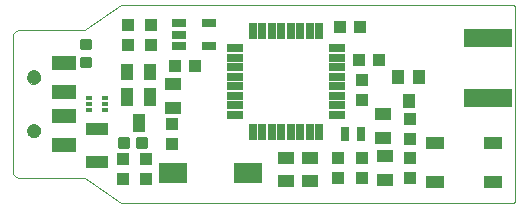
<source format=gts>
G75*
%MOIN*%
%OFA0B0*%
%FSLAX24Y24*%
%IPPOS*%
%LPD*%
%AMOC8*
5,1,8,0,0,1.08239X$1,22.5*
%
%ADD10C,0.0000*%
%ADD11R,0.0552X0.0395*%
%ADD12R,0.0440X0.0490*%
%ADD13R,0.0440X0.0420*%
%ADD14R,0.0420X0.0440*%
%ADD15C,0.0098*%
%ADD16R,0.0276X0.0473*%
%ADD17R,0.1640X0.0640*%
%ADD18R,0.0395X0.0552*%
%ADD19R,0.0749X0.0434*%
%ADD20R,0.0631X0.0394*%
%ADD21R,0.0434X0.0591*%
%ADD22R,0.0946X0.0670*%
%ADD23R,0.0540X0.0260*%
%ADD24R,0.0260X0.0540*%
%ADD25R,0.0827X0.0512*%
%ADD26C,0.0473*%
%ADD27R,0.0512X0.0312*%
%ADD28R,0.0217X0.0157*%
D10*
X006315Y002474D02*
X006315Y006900D01*
X006317Y006930D01*
X006322Y006960D01*
X006331Y006989D01*
X006344Y007016D01*
X006359Y007042D01*
X006378Y007066D01*
X006399Y007087D01*
X006423Y007106D01*
X006449Y007121D01*
X006476Y007134D01*
X006505Y007143D01*
X006535Y007148D01*
X006565Y007150D01*
X008636Y007150D01*
X008779Y007195D02*
X009915Y007988D01*
X022963Y007988D01*
X022980Y007986D01*
X022997Y007982D01*
X023013Y007975D01*
X023027Y007965D01*
X023040Y007952D01*
X023050Y007938D01*
X023057Y007922D01*
X023061Y007905D01*
X023063Y007888D01*
X023063Y001486D01*
X023061Y001469D01*
X023057Y001452D01*
X023050Y001436D01*
X023040Y001422D01*
X023027Y001409D01*
X023013Y001399D01*
X022997Y001392D01*
X022980Y001388D01*
X022963Y001386D01*
X009915Y001386D01*
X008740Y002224D01*
X006565Y002224D01*
X006535Y002226D01*
X006505Y002231D01*
X006476Y002240D01*
X006449Y002253D01*
X006423Y002268D01*
X006399Y002287D01*
X006378Y002308D01*
X006359Y002332D01*
X006344Y002358D01*
X006331Y002385D01*
X006322Y002414D01*
X006317Y002444D01*
X006315Y002474D01*
X006798Y003801D02*
X006800Y003830D01*
X006806Y003858D01*
X006815Y003886D01*
X006828Y003912D01*
X006845Y003935D01*
X006864Y003957D01*
X006886Y003976D01*
X006911Y003991D01*
X006937Y004004D01*
X006965Y004012D01*
X006993Y004017D01*
X007022Y004018D01*
X007051Y004015D01*
X007079Y004008D01*
X007106Y003998D01*
X007132Y003984D01*
X007155Y003967D01*
X007176Y003947D01*
X007194Y003924D01*
X007209Y003899D01*
X007220Y003872D01*
X007228Y003844D01*
X007232Y003815D01*
X007232Y003787D01*
X007228Y003758D01*
X007220Y003730D01*
X007209Y003703D01*
X007194Y003678D01*
X007176Y003655D01*
X007155Y003635D01*
X007132Y003618D01*
X007106Y003604D01*
X007079Y003594D01*
X007051Y003587D01*
X007022Y003584D01*
X006993Y003585D01*
X006965Y003590D01*
X006937Y003598D01*
X006911Y003611D01*
X006886Y003626D01*
X006864Y003645D01*
X006845Y003667D01*
X006828Y003690D01*
X006815Y003716D01*
X006806Y003744D01*
X006800Y003772D01*
X006798Y003801D01*
X006798Y005573D02*
X006800Y005602D01*
X006806Y005630D01*
X006815Y005658D01*
X006828Y005684D01*
X006845Y005707D01*
X006864Y005729D01*
X006886Y005748D01*
X006911Y005763D01*
X006937Y005776D01*
X006965Y005784D01*
X006993Y005789D01*
X007022Y005790D01*
X007051Y005787D01*
X007079Y005780D01*
X007106Y005770D01*
X007132Y005756D01*
X007155Y005739D01*
X007176Y005719D01*
X007194Y005696D01*
X007209Y005671D01*
X007220Y005644D01*
X007228Y005616D01*
X007232Y005587D01*
X007232Y005559D01*
X007228Y005530D01*
X007220Y005502D01*
X007209Y005475D01*
X007194Y005450D01*
X007176Y005427D01*
X007155Y005407D01*
X007132Y005390D01*
X007106Y005376D01*
X007079Y005366D01*
X007051Y005359D01*
X007022Y005356D01*
X006993Y005357D01*
X006965Y005362D01*
X006937Y005370D01*
X006911Y005383D01*
X006886Y005398D01*
X006864Y005417D01*
X006845Y005439D01*
X006828Y005462D01*
X006815Y005488D01*
X006806Y005516D01*
X006800Y005544D01*
X006798Y005573D01*
X008636Y007150D02*
X008666Y007152D01*
X008696Y007157D01*
X008725Y007167D01*
X008753Y007179D01*
X008779Y007195D01*
D11*
X011671Y005347D03*
X011671Y004560D03*
X015415Y002904D03*
X016235Y002904D03*
X016235Y002116D03*
X015415Y002116D03*
X018665Y003556D03*
X018745Y002944D03*
X018745Y002156D03*
X018665Y004344D03*
D12*
X019515Y004780D03*
X019865Y005580D03*
X019165Y005580D03*
D13*
X018519Y006140D03*
X017850Y006140D03*
X017909Y007250D03*
X017240Y007250D03*
X012399Y005950D03*
X011730Y005950D03*
D14*
X010935Y006665D03*
X010175Y006665D03*
X010175Y007335D03*
X010935Y007335D03*
X017965Y005485D03*
X017965Y004815D03*
X019565Y004185D03*
X019565Y003515D03*
X019565Y002885D03*
X019565Y002215D03*
X017955Y002215D03*
X017175Y002215D03*
X017175Y002885D03*
X017955Y002885D03*
X011625Y003365D03*
X011625Y004035D03*
X010777Y002844D03*
X009992Y002841D03*
X009992Y002171D03*
X010777Y002174D03*
D15*
X010761Y003254D02*
X010469Y003254D01*
X010469Y003546D01*
X010761Y003546D01*
X010761Y003254D01*
X010761Y003351D02*
X010469Y003351D01*
X010469Y003448D02*
X010761Y003448D01*
X010761Y003545D02*
X010469Y003545D01*
X010161Y003254D02*
X009869Y003254D01*
X009869Y003546D01*
X010161Y003546D01*
X010161Y003254D01*
X010161Y003351D02*
X009869Y003351D01*
X009869Y003448D02*
X010161Y003448D01*
X010161Y003545D02*
X009869Y003545D01*
X008890Y005942D02*
X008890Y006234D01*
X008890Y005942D02*
X008598Y005942D01*
X008598Y006234D01*
X008890Y006234D01*
X008890Y006039D02*
X008598Y006039D01*
X008598Y006136D02*
X008890Y006136D01*
X008890Y006233D02*
X008598Y006233D01*
X008890Y006542D02*
X008890Y006834D01*
X008890Y006542D02*
X008598Y006542D01*
X008598Y006834D01*
X008890Y006834D01*
X008890Y006639D02*
X008598Y006639D01*
X008598Y006736D02*
X008890Y006736D01*
X008890Y006833D02*
X008598Y006833D01*
D16*
X017389Y003671D03*
X017940Y003671D03*
D17*
X022165Y004900D03*
X022165Y006900D03*
D18*
X010908Y005750D03*
X010121Y005750D03*
D19*
X009135Y003860D03*
X009135Y002757D03*
D20*
X020400Y003400D03*
X022329Y003400D03*
X022329Y002100D03*
X020400Y002100D03*
D21*
X010889Y004933D03*
X010141Y004933D03*
X010515Y004067D03*
D22*
X011675Y002400D03*
X014155Y002400D03*
D23*
X013739Y004333D03*
X013739Y004648D03*
X013739Y004963D03*
X013739Y005278D03*
X013739Y005593D03*
X013739Y005908D03*
X013739Y006223D03*
X013739Y006538D03*
X017119Y006538D03*
X017119Y006223D03*
X017119Y005908D03*
X017119Y005593D03*
X017119Y005278D03*
X017119Y004963D03*
X017119Y004648D03*
X017119Y004333D03*
D24*
X016532Y003745D03*
X016217Y003745D03*
X015902Y003745D03*
X015587Y003745D03*
X015272Y003745D03*
X014957Y003745D03*
X014642Y003745D03*
X014327Y003745D03*
X014327Y007125D03*
X014642Y007125D03*
X014957Y007125D03*
X015272Y007125D03*
X015587Y007125D03*
X015902Y007125D03*
X016217Y007125D03*
X016532Y007125D03*
D25*
X008038Y006065D03*
X008038Y005081D03*
X008038Y004293D03*
X008038Y003309D03*
D26*
X007015Y003801D03*
X007015Y005573D03*
D27*
X011853Y006626D03*
X011853Y007000D03*
X011853Y007374D03*
X012877Y007374D03*
X012877Y006626D03*
D28*
X009381Y004902D03*
X009381Y004700D03*
X009381Y004498D03*
X008849Y004498D03*
X008849Y004700D03*
X008849Y004902D03*
M02*

</source>
